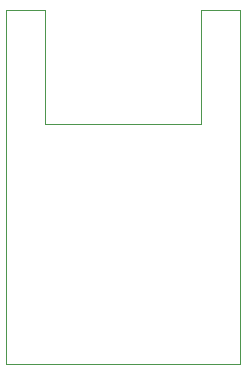
<source format=gbr>
%TF.GenerationSoftware,KiCad,Pcbnew,7.0.9*%
%TF.CreationDate,2025-02-23T20:23:03+01:00*%
%TF.ProjectId,filament-jar,66696c61-6d65-46e7-942d-6a61722e6b69,rev?*%
%TF.SameCoordinates,Original*%
%TF.FileFunction,Profile,NP*%
%FSLAX46Y46*%
G04 Gerber Fmt 4.6, Leading zero omitted, Abs format (unit mm)*
G04 Created by KiCad (PCBNEW 7.0.9) date 2025-02-23 20:23:03*
%MOMM*%
%LPD*%
G01*
G04 APERTURE LIST*
%TA.AperFunction,Profile*%
%ADD10C,0.100000*%
%TD*%
G04 APERTURE END LIST*
D10*
X111252000Y-80772000D02*
X111252000Y-50800000D01*
X111252000Y-50800000D02*
X107950000Y-50800000D01*
X94742000Y-60452000D02*
X107950000Y-60452000D01*
X91440000Y-50800000D02*
X91440000Y-80772000D01*
X91440000Y-80772000D02*
X111252000Y-80772000D01*
X107950000Y-60452000D02*
X107950000Y-50800000D01*
X94742000Y-50800000D02*
X94742000Y-60452000D01*
X94742000Y-50800000D02*
X91440000Y-50800000D01*
M02*

</source>
